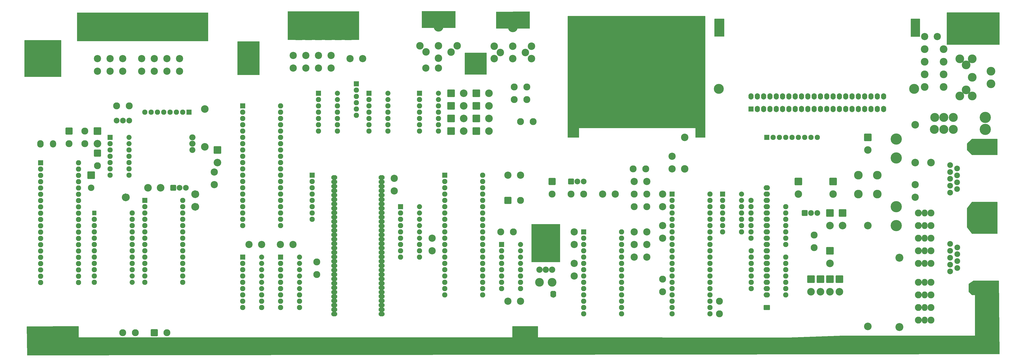
<source format=gbr>
%TF.GenerationSoftware,KiCad,Pcbnew,6.99.0-unknown-a89102fdfc~160~ubuntu20.04.1*%
%TF.CreationDate,2023-02-22T01:11:49+01:00*%
%TF.ProjectId,C64-250469-KiCad,4336342d-3235-4303-9436-392d4b694361,1.0*%
%TF.SameCoordinates,Original*%
%TF.FileFunction,Soldermask,Top*%
%TF.FilePolarity,Negative*%
%FSLAX46Y46*%
G04 Gerber Fmt 4.6, Leading zero omitted, Abs format (unit mm)*
G04 Created by KiCad (PCBNEW 6.99.0-unknown-a89102fdfc~160~ubuntu20.04.1) date 2023-02-22 01:11:49*
%MOMM*%
%LPD*%
G01*
G04 APERTURE LIST*
G04 Aperture macros list*
%AMRoundRect*
0 Rectangle with rounded corners*
0 $1 Rounding radius*
0 $2 $3 $4 $5 $6 $7 $8 $9 X,Y pos of 4 corners*
0 Add a 4 corners polygon primitive as box body*
4,1,4,$2,$3,$4,$5,$6,$7,$8,$9,$2,$3,0*
0 Add four circle primitives for the rounded corners*
1,1,$1+$1,$2,$3*
1,1,$1+$1,$4,$5*
1,1,$1+$1,$6,$7*
1,1,$1+$1,$8,$9*
0 Add four rect primitives between the rounded corners*
20,1,$1+$1,$2,$3,$4,$5,0*
20,1,$1+$1,$4,$5,$6,$7,0*
20,1,$1+$1,$6,$7,$8,$9,0*
20,1,$1+$1,$8,$9,$2,$3,0*%
%AMFreePoly0*
4,1,15,0.500018,1.300018,0.500025,1.300000,0.500025,-1.300000,0.500018,-1.300018,0.500000,-1.300025,0.000000,-1.300025,-0.000018,-1.300018,-0.500018,-0.800018,-0.500025,-0.800000,-0.500025,0.800000,-0.500018,0.800018,-0.000018,1.300018,0.000000,1.300025,0.500000,1.300025,0.500018,1.300018,0.500018,1.300018,$1*%
%AMFreePoly1*
4,1,25,0.648382,0.882365,0.730785,0.827305,1.119405,0.438685,1.174465,0.356282,1.193800,0.259080,1.193800,-0.259080,1.174465,-0.356282,1.119405,-0.438685,0.730785,-0.827305,0.648382,-0.882365,0.551180,-0.901700,-0.551180,-0.901700,-0.648382,-0.882365,-0.730785,-0.827305,-1.119405,-0.438685,-1.174465,-0.356282,-1.193800,-0.259080,-1.193800,0.259080,-1.174465,0.356282,-1.119405,0.438685,
-0.730785,0.827305,-0.648382,0.882365,-0.551180,0.901700,0.551180,0.901700,0.648382,0.882365,0.648382,0.882365,$1*%
%AMFreePoly2*
4,1,22,1.302202,5.234665,1.384605,5.179605,1.439665,5.097202,1.459000,5.000000,1.459000,-5.000000,1.439665,-5.097202,1.384605,-5.179605,1.302202,-5.234665,1.205000,-5.254000,-1.205000,-5.254000,-1.302202,-5.234665,-1.384605,-5.179605,-1.439665,-5.097202,-1.459000,-5.000000,-1.459000,4.156500,-1.439665,4.253702,-1.384605,4.336105,-0.541105,5.179605,-0.458702,5.234665,-0.361500,5.254000,
1.205000,5.254000,1.302202,5.234665,1.302202,5.234665,$1*%
%AMFreePoly3*
4,1,22,0.458702,5.234665,0.541105,5.179605,1.384605,4.336105,1.439665,4.253702,1.459000,4.156500,1.459000,-5.000000,1.439665,-5.097202,1.384605,-5.179605,1.302202,-5.234665,1.205000,-5.254000,-1.205000,-5.254000,-1.302202,-5.234665,-1.384605,-5.179605,-1.439665,-5.097202,-1.459000,-5.000000,-1.459000,5.000000,-1.439665,5.097202,-1.384605,5.179605,-1.302202,5.234665,-1.205000,5.254000,
0.361500,5.254000,0.458702,5.234665,0.458702,5.234665,$1*%
G04 Aperture macros list end*
%ADD10C,0.200000*%
%ADD11C,0.150000*%
%ADD12C,1.609936*%
%ADD13C,1.584936*%
%ADD14C,0.000025*%
%ADD15C,1.955000*%
%ADD16C,0.100000*%
%ADD17FreePoly0,180.000000*%
%ADD18FreePoly0,0.000000*%
%ADD19FreePoly1,0.000000*%
%ADD20C,2.413000*%
%ADD21O,2.508000X2.413000*%
%ADD22C,2.108000*%
%ADD23RoundRect,0.254000X-0.800000X-0.800000X0.800000X-0.800000X0.800000X0.800000X-0.800000X0.800000X0*%
%ADD24C,3.900000*%
%ADD25C,3.700000*%
%ADD26C,2.308000*%
%ADD27C,3.608000*%
%ADD28C,4.508000*%
%ADD29C,3.508000*%
%ADD30O,2.508000X3.108000*%
%ADD31RoundRect,0.254000X1.000000X-2.350000X1.000000X2.350000X-1.000000X2.350000X-1.000000X-2.350000X0*%
%ADD32RoundRect,0.254000X-2.350000X-1.000000X2.350000X-1.000000X2.350000X1.000000X-2.350000X1.000000X0*%
%ADD33C,3.008000*%
%ADD34RoundRect,0.254000X-1.205000X-5.000000X1.205000X-5.000000X1.205000X5.000000X-1.205000X5.000000X0*%
%ADD35FreePoly2,0.000000*%
%ADD36FreePoly3,0.000000*%
%ADD37C,2.808000*%
%ADD38C,2.032000*%
%ADD39O,2.508000X2.908000*%
%ADD40O,2.600000X3.000000*%
%ADD41RoundRect,0.254000X0.800000X0.800000X-0.800000X0.800000X-0.800000X-0.800000X0.800000X-0.800000X0*%
%ADD42O,2.108000X2.508000*%
%ADD43C,3.108000*%
%ADD44C,2.908000*%
%ADD45RoundRect,0.254000X-0.600000X-0.700000X0.600000X-0.700000X0.600000X0.700000X-0.600000X0.700000X0*%
%ADD46RoundRect,0.254000X1.270000X-1.270000X1.270000X1.270000X-1.270000X1.270000X-1.270000X-1.270000X0*%
%ADD47C,3.048000*%
%ADD48C,6.508000*%
%ADD49RoundRect,0.254000X-1.150000X1.150000X-1.150000X-1.150000X1.150000X-1.150000X1.150000X1.150000X0*%
%ADD50C,2.794000*%
%ADD51O,2.286000X2.794000*%
%ADD52RoundRect,0.254000X-0.800000X0.800000X-0.800000X-0.800000X0.800000X-0.800000X0.800000X0.800000X0*%
%ADD53RoundRect,0.254000X0.900000X-0.900000X0.900000X0.900000X-0.900000X0.900000X-0.900000X-0.900000X0*%
%ADD54RoundRect,0.254000X-1.250000X-1.250000X1.250000X-1.250000X1.250000X1.250000X-1.250000X1.250000X0*%
%ADD55RoundRect,0.254000X-1.150000X-1.150000X1.150000X-1.150000X1.150000X1.150000X-1.150000X1.150000X0*%
%ADD56C,4.008000*%
%ADD57C,3.208000*%
%ADD58RoundRect,0.254000X-1.270000X-1.270000X1.270000X-1.270000X1.270000X1.270000X-1.270000X1.270000X0*%
%ADD59C,2.608000*%
%ADD60C,2.508000*%
%ADD61C,3.479800*%
%ADD62RoundRect,0.254000X-1.000000X-0.800000X1.000000X-0.800000X1.000000X0.800000X-1.000000X0.800000X0*%
%ADD63O,2.508000X2.108000*%
G04 APERTURE END LIST*
D10*
X99568000Y-88392000D02*
X108331000Y-88392000D01*
X108331000Y-88392000D02*
X108331000Y-101727000D01*
X108331000Y-101727000D02*
X99568000Y-101727000D01*
X99568000Y-101727000D02*
X99568000Y-88392000D01*
G36*
X99568000Y-88392000D02*
G01*
X108331000Y-88392000D01*
X108331000Y-101727000D01*
X99568000Y-101727000D01*
X99568000Y-88392000D01*
G37*
D11*
X291465000Y-79248000D02*
X295275000Y-79248000D01*
X295275000Y-79248000D02*
X295275000Y-86233000D01*
X295275000Y-86233000D02*
X291465000Y-86233000D01*
X291465000Y-86233000D02*
X291465000Y-79248000D01*
G36*
X291465000Y-79248000D02*
G01*
X295275000Y-79248000D01*
X295275000Y-86233000D01*
X291465000Y-86233000D01*
X291465000Y-79248000D01*
G37*
G36*
X405130000Y-165735000D02*
G01*
X394970000Y-165735000D01*
X393065000Y-163195000D01*
X393065000Y-155575000D01*
X394970000Y-153035000D01*
X405130000Y-153035000D01*
X405130000Y-165735000D01*
G37*
X405130000Y-165735000D02*
X394970000Y-165735000D01*
X393065000Y-163195000D01*
X393065000Y-155575000D01*
X394970000Y-153035000D01*
X405130000Y-153035000D01*
X405130000Y-165735000D01*
D12*
X55414968Y-151130000D02*
G75*
G03*
X55414968Y-151130000I-804968J0D01*
G01*
D11*
X13900000Y-87825000D02*
X28575000Y-87825000D01*
X28575000Y-87825000D02*
X28575000Y-102489000D01*
X28575000Y-102489000D02*
X13900000Y-102489000D01*
X13900000Y-102489000D02*
X13900000Y-87825000D01*
G36*
X13900000Y-87825000D02*
G01*
X28575000Y-87825000D01*
X28575000Y-102489000D01*
X13900000Y-102489000D01*
X13900000Y-87825000D01*
G37*
D13*
X83342468Y-154940000D02*
G75*
G03*
X83342468Y-154940000I-792468J0D01*
G01*
D11*
G36*
X405130000Y-133985000D02*
G01*
X394970000Y-133985000D01*
X393065000Y-132080000D01*
X393065000Y-129540000D01*
X394970000Y-127635000D01*
X405130000Y-127635000D01*
X405130000Y-133985000D01*
G37*
X405130000Y-133985000D02*
X394970000Y-133985000D01*
X393065000Y-132080000D01*
X393065000Y-129540000D01*
X394970000Y-127635000D01*
X405130000Y-127635000D01*
X405130000Y-133985000D01*
X370459000Y-79248000D02*
X374015000Y-79248000D01*
X374015000Y-79248000D02*
X374015000Y-86360000D01*
X374015000Y-86360000D02*
X370459000Y-86360000D01*
X370459000Y-86360000D02*
X370459000Y-79248000D01*
G36*
X370459000Y-79248000D02*
G01*
X374015000Y-79248000D01*
X374015000Y-86360000D01*
X370459000Y-86360000D01*
X370459000Y-79248000D01*
G37*
G36*
X406019000Y-89535000D02*
G01*
X384937000Y-89535000D01*
X384937000Y-76708000D01*
X406019000Y-76708000D01*
X406019000Y-89535000D01*
G37*
X406019000Y-89535000D02*
X384937000Y-89535000D01*
X384937000Y-76708000D01*
X406019000Y-76708000D01*
X406019000Y-89535000D01*
G36*
X405750000Y-184825000D02*
G01*
X405975000Y-214225000D01*
X15050000Y-214750000D01*
X14875000Y-203275000D01*
X35560000Y-203200000D01*
X35560000Y-207645000D01*
X210185000Y-207645000D01*
X210185000Y-203200000D01*
X220345000Y-203200000D01*
X220345000Y-207645000D01*
X321310000Y-207772000D01*
X342900000Y-207010000D01*
X396240000Y-207010000D01*
X396240000Y-190500000D01*
X394970000Y-190500000D01*
X393700000Y-189230000D01*
X393700000Y-186055000D01*
X395605000Y-184785000D01*
X405750000Y-184825000D01*
G37*
X405750000Y-184825000D02*
X405975000Y-214225000D01*
X15050000Y-214750000D01*
X14875000Y-203275000D01*
X35560000Y-203200000D01*
X35560000Y-207645000D01*
X210185000Y-207645000D01*
X210185000Y-203200000D01*
X220345000Y-203200000D01*
X220345000Y-207645000D01*
X321310000Y-207772000D01*
X342900000Y-207010000D01*
X396240000Y-207010000D01*
X396240000Y-190500000D01*
X394970000Y-190500000D01*
X393700000Y-189230000D01*
X393700000Y-186055000D01*
X395605000Y-184785000D01*
X405750000Y-184825000D01*
D12*
X83354968Y-149860000D02*
G75*
G03*
X83354968Y-149860000I-804968J0D01*
G01*
D11*
G36*
X287655000Y-127000000D02*
G01*
X283845000Y-127000000D01*
X283845000Y-123190000D01*
X236855000Y-123190000D01*
X236855000Y-127000000D01*
X232410000Y-127000000D01*
X232410000Y-78105000D01*
X287655000Y-78105000D01*
X287655000Y-127000000D01*
G37*
X287655000Y-127000000D02*
X283845000Y-127000000D01*
X283845000Y-123190000D01*
X236855000Y-123190000D01*
X236855000Y-127000000D01*
X232410000Y-127000000D01*
X232410000Y-78105000D01*
X287655000Y-78105000D01*
X287655000Y-127000000D01*
G36*
X199644000Y-101600000D02*
G01*
X191008000Y-101600000D01*
X191008000Y-92964000D01*
X199644000Y-92964000D01*
X199644000Y-101600000D01*
G37*
X199644000Y-101600000D02*
X191008000Y-101600000D01*
X191008000Y-92964000D01*
X199644000Y-92964000D01*
X199644000Y-101600000D01*
D14*
%TO.C,J3*%
X226836705Y-191452216D02*
X226302293Y-191452216D01*
X226302293Y-191452216D02*
X226302293Y-188849000D01*
X226302293Y-188849000D02*
X226836705Y-188849000D01*
X226836705Y-188849000D02*
X226836705Y-191452216D01*
G36*
X226836705Y-191452216D02*
G01*
X226302293Y-191452216D01*
X226302293Y-188849000D01*
X226836705Y-188849000D01*
X226836705Y-191452216D01*
G37*
%TO.C,CN5*%
D15*
X211282500Y-82630000D02*
G75*
G03*
X211282500Y-82630000I-977500J0D01*
G01*
G36*
X217033681Y-83042395D02*
G01*
X203574000Y-83039011D01*
X203574000Y-76298193D01*
X217036000Y-76280000D01*
X217033681Y-83042395D01*
G37*
D16*
X217033681Y-83042395D02*
X203574000Y-83039011D01*
X203574000Y-76298193D01*
X217036000Y-76280000D01*
X217033681Y-83042395D01*
%TO.C,CN4*%
D15*
X181397500Y-82390000D02*
G75*
G03*
X181397500Y-82390000I-977500J0D01*
G01*
G36*
X187148681Y-82802395D02*
G01*
X173689000Y-82799011D01*
X173689000Y-76058193D01*
X187151000Y-76040000D01*
X187148681Y-82802395D01*
G37*
D16*
X187148681Y-82802395D02*
X173689000Y-82799011D01*
X173689000Y-76058193D01*
X187151000Y-76040000D01*
X187148681Y-82802395D01*
%TO.C,CN3*%
G36*
X148348000Y-87630000D02*
G01*
X119773000Y-87630000D01*
X119773000Y-76200000D01*
X148348000Y-76200000D01*
X148348000Y-87630000D01*
G37*
X148348000Y-87630000D02*
X119773000Y-87630000D01*
X119773000Y-76200000D01*
X148348000Y-76200000D01*
X148348000Y-87630000D01*
%TO.C,CN2*%
G36*
X87694154Y-88102493D02*
G01*
X34989154Y-88102493D01*
X34989154Y-76672493D01*
X87694154Y-76672493D01*
X87694154Y-88102493D01*
G37*
X87694154Y-88102493D02*
X34989154Y-88102493D01*
X34989154Y-76672493D01*
X87694154Y-76672493D01*
X87694154Y-88102493D01*
%TO.C,Y1*%
X217805000Y-161925000D02*
X229235000Y-161925000D01*
X229235000Y-161925000D02*
X229235000Y-177165000D01*
X229235000Y-177165000D02*
X217805000Y-177165000D01*
X217805000Y-177165000D02*
X217805000Y-161925000D01*
G36*
X217805000Y-161925000D02*
G01*
X229235000Y-161925000D01*
X229235000Y-177165000D01*
X217805000Y-177165000D01*
X217805000Y-161925000D01*
G37*
%TD*%
D17*
%TO.C,J3*%
X227209705Y-190152216D03*
D18*
X225929293Y-190152064D03*
%TD*%
D19*
%TO.C,U8*%
X138490189Y-143160917D03*
X138490189Y-144936377D03*
X138490189Y-146711837D03*
X138490189Y-148487297D03*
X138490189Y-150262757D03*
X138490189Y-152038217D03*
X138490189Y-153813677D03*
X138490189Y-155589137D03*
X138490189Y-157364597D03*
X138490189Y-159140057D03*
X138490189Y-160915517D03*
X138490189Y-162690977D03*
X138490189Y-164466437D03*
X138490189Y-166241897D03*
X138490189Y-168017357D03*
X138490189Y-169792817D03*
X138490189Y-171568277D03*
X138490189Y-173343737D03*
X138490189Y-175119197D03*
X138490189Y-176894657D03*
X138490189Y-178670117D03*
X138490189Y-180445577D03*
X138490189Y-182221037D03*
X138490189Y-183998245D03*
X138490189Y-185773781D03*
X138490189Y-187549317D03*
X138490189Y-189324853D03*
X138490189Y-191100389D03*
X138490189Y-192875925D03*
X138490189Y-194651461D03*
X138490189Y-196426997D03*
X138490189Y-198202533D03*
X157540189Y-198202533D03*
X157540189Y-196424717D03*
X157540189Y-194649257D03*
X157540189Y-192873797D03*
X157540189Y-191098337D03*
X157540189Y-189322877D03*
X157540189Y-187547417D03*
X157540189Y-185771957D03*
X157540189Y-183996497D03*
X157540189Y-182221037D03*
X157540189Y-180445577D03*
X157540189Y-178670117D03*
X157540189Y-176894657D03*
X157540189Y-175119197D03*
X157540189Y-173343737D03*
X157540189Y-171568277D03*
X157540189Y-169792817D03*
X157540189Y-168017357D03*
X157540189Y-166241897D03*
X157540189Y-164466437D03*
X157540189Y-162690977D03*
X157540189Y-160915517D03*
X157540189Y-159140057D03*
X157540189Y-157364597D03*
X157540189Y-155589137D03*
X157540189Y-153813677D03*
X157540189Y-152038217D03*
X157540189Y-150262757D03*
X157540189Y-148487297D03*
X157540189Y-146711837D03*
X157540189Y-144936377D03*
X157540189Y-143160917D03*
%TD*%
D20*
%TO.C,Q1*%
X81430000Y-132080000D03*
D21*
X81429999Y-129539999D03*
X81429999Y-126999999D03*
%TD*%
D22*
%TO.C,U7*%
X198120000Y-142240000D03*
X198120000Y-144780000D03*
X198120000Y-147320000D03*
X198120000Y-149860000D03*
X198120000Y-152400000D03*
X198120000Y-154940000D03*
X198120000Y-157480000D03*
X198120000Y-160020000D03*
X198120000Y-162560000D03*
X198120000Y-165100000D03*
X198120000Y-167640000D03*
X198120000Y-170180000D03*
X198120000Y-172720000D03*
X198120000Y-175260000D03*
X198120000Y-177800000D03*
X198120000Y-180340000D03*
X198120000Y-182880000D03*
X198120000Y-185420000D03*
X198120000Y-187960000D03*
X198120000Y-190500000D03*
X182880000Y-190500000D03*
X182880000Y-187960000D03*
X182880000Y-185420000D03*
X182880000Y-182880000D03*
X182880000Y-180340000D03*
X182880000Y-177800000D03*
X182880000Y-175260000D03*
X182880000Y-172720000D03*
X182880000Y-170180000D03*
X182880000Y-167640000D03*
X182880000Y-165100000D03*
X182880000Y-162560000D03*
X182880000Y-160020000D03*
X182880000Y-157480000D03*
X182880000Y-154940000D03*
X182880000Y-152400000D03*
X182880000Y-149860000D03*
X182880000Y-147320000D03*
X182880000Y-144780000D03*
D23*
X182880000Y-142240000D03*
%TD*%
D24*
%TO.C,CN9*%
X396547000Y-187966000D03*
D25*
X396547000Y-162966000D03*
D26*
X386207000Y-181006000D03*
X386207000Y-178236000D03*
X386207000Y-175466000D03*
X386207000Y-172696000D03*
X386207000Y-169926000D03*
X389047000Y-179621000D03*
X389047000Y-176851000D03*
X389047000Y-174081000D03*
X389047000Y-171311000D03*
%TD*%
%TO.C,CN8*%
X389001000Y-139518000D03*
X389001000Y-142288000D03*
X389001000Y-145058000D03*
X389001000Y-147828000D03*
X386161000Y-138133000D03*
X386161000Y-140903000D03*
X386161000Y-143673000D03*
X386161000Y-146443000D03*
X386161000Y-149213000D03*
D25*
X396501000Y-131173000D03*
D24*
X396501000Y-156173000D03*
%TD*%
D27*
%TO.C,SW1*%
X383704000Y-118918800D03*
X387514000Y-118918800D03*
X379984000Y-118918800D03*
X383704000Y-123748800D03*
X387514000Y-123748800D03*
X379894000Y-123748800D03*
D28*
X400304000Y-123748800D03*
X400304000Y-118918800D03*
%TD*%
D29*
%TO.C,CN7*%
X395130000Y-95290000D03*
X395130000Y-102790000D03*
X395130000Y-110290000D03*
X392630000Y-97790000D03*
X392630000Y-107790000D03*
X390130000Y-95290000D03*
X390130000Y-110290000D03*
X402590000Y-100330000D03*
X402590000Y-105410000D03*
%TD*%
D23*
%TO.C,RP4*%
X312420000Y-127000000D03*
D22*
X314960000Y-127000000D03*
X317500000Y-127000000D03*
X320040000Y-127000000D03*
X322580000Y-127000000D03*
X325120000Y-127000000D03*
X327660000Y-127000000D03*
X330200000Y-127000000D03*
X332740000Y-127000000D03*
%TD*%
D30*
%TO.C,M1*%
X279868168Y-116715632D03*
X277368168Y-116715632D03*
X274868168Y-116715632D03*
X272368168Y-116715632D03*
X248166168Y-116715632D03*
X245666168Y-116715632D03*
X243166168Y-116715632D03*
X240666168Y-116715632D03*
D31*
X234076169Y-100803633D03*
D32*
X260184169Y-80174633D03*
X260264169Y-121359633D03*
D31*
X286110169Y-100457633D03*
%TD*%
D33*
%TO.C,CN5*%
X202805000Y-90250000D03*
X205305000Y-80250000D03*
D29*
X210305000Y-82630000D03*
D33*
X210305000Y-90250000D03*
X215305000Y-80250000D03*
X217805000Y-90250000D03*
X205305000Y-92750000D03*
X215305000Y-92790000D03*
X210305000Y-95250000D03*
X202805000Y-95250000D03*
X217805000Y-95250000D03*
%TD*%
%TO.C,CN4*%
X172920000Y-90010000D03*
X175420000Y-80010000D03*
X175420000Y-92510000D03*
D29*
X180420000Y-82390000D03*
D33*
X185420000Y-80010000D03*
X180420000Y-90010000D03*
X185420000Y-92550000D03*
X187920000Y-90010000D03*
X180420000Y-95010000D03*
%TD*%
D34*
%TO.C,CN3*%
X144018000Y-82550000D03*
D35*
X140058000Y-82550000D03*
D36*
X136098000Y-82550000D03*
D34*
X132138000Y-82550000D03*
X128178000Y-82550000D03*
X124218000Y-82550000D03*
%TD*%
D35*
%TO.C,CN2*%
X82994154Y-82462493D03*
D36*
X79034154Y-82462493D03*
D34*
X75074154Y-82462493D03*
X71114154Y-82462493D03*
X67154154Y-82462493D03*
X63194154Y-82462493D03*
X59234154Y-82462493D03*
X55274154Y-82462493D03*
X51314154Y-82462493D03*
D35*
X47354154Y-82462493D03*
D36*
X43394154Y-82462493D03*
D34*
X39434154Y-82462493D03*
%TD*%
D37*
%TO.C,R17*%
X58420000Y-205740000D03*
X53340000Y-205740000D03*
%TD*%
D23*
%TO.C,U20*%
X205740000Y-170180000D03*
D22*
X205740000Y-172720000D03*
X205740000Y-175260000D03*
X205740000Y-177800000D03*
X205740000Y-180340000D03*
X205740000Y-182880000D03*
X205740000Y-185420000D03*
X205740000Y-187960000D03*
X213360000Y-187960000D03*
X213360000Y-185420000D03*
X213360000Y-182880000D03*
X213360000Y-180340000D03*
D38*
X213360000Y-177800000D03*
X213360000Y-175260000D03*
X213360000Y-172720000D03*
X213360000Y-170180000D03*
%TD*%
D39*
%TO.C,C30*%
X25342489Y-129580652D03*
D40*
X20262489Y-129580652D03*
%TD*%
D23*
%TO.C,U18*%
X294640000Y-149860000D03*
D22*
X294640000Y-152400000D03*
X294640000Y-154940000D03*
X294640000Y-157480000D03*
X294640000Y-160020000D03*
X294640000Y-162560000D03*
X294640000Y-165100000D03*
X302260000Y-165100000D03*
X302260000Y-162560000D03*
X302260000Y-160020000D03*
X302260000Y-157480000D03*
X302260000Y-154940000D03*
D38*
X302260000Y-152400000D03*
X302260000Y-149860000D03*
%TD*%
D37*
%TO.C,FB1*%
X205440000Y-165100000D03*
X210520000Y-165100000D03*
%TD*%
D41*
%TO.C,RP3*%
X80010000Y-116840000D03*
D22*
X77470000Y-116840000D03*
X74930000Y-116840000D03*
X72390000Y-116840000D03*
X69850000Y-116840000D03*
X67310000Y-116840000D03*
X64770000Y-116840000D03*
X62230000Y-116840000D03*
%TD*%
D23*
%TO.C,CN6*%
X306070000Y-115570000D03*
D42*
X308609999Y-115569999D03*
X311149999Y-115569999D03*
X313689999Y-115569999D03*
X316229999Y-115569999D03*
X318769999Y-115569999D03*
X321309999Y-115569999D03*
X323849999Y-115569999D03*
X326389999Y-115569999D03*
X328929999Y-115569999D03*
X331469999Y-115569999D03*
X334009999Y-115569999D03*
X336549999Y-115569999D03*
X339089999Y-115569999D03*
X341629999Y-115569999D03*
X344169999Y-115569999D03*
X346709999Y-115569999D03*
X349249999Y-115569999D03*
X351789999Y-115569999D03*
X354329999Y-115569999D03*
X356869999Y-115569999D03*
X359409999Y-115569999D03*
X306069999Y-110489999D03*
X308609999Y-110489999D03*
X311149999Y-110489999D03*
X313689999Y-110489999D03*
X316229999Y-110489999D03*
X318769999Y-110489999D03*
X321309999Y-110489999D03*
X323849999Y-110489999D03*
X326389999Y-110489999D03*
X328929999Y-110489999D03*
X331469999Y-110489999D03*
X334009999Y-110489999D03*
X336549999Y-110489999D03*
X339089999Y-110489999D03*
X341629999Y-110489999D03*
X344169999Y-110489999D03*
X346709999Y-110489999D03*
X349249999Y-110489999D03*
X351789999Y-110489999D03*
X354329999Y-110489999D03*
X356869999Y-110489999D03*
X359409999Y-110489999D03*
%TD*%
D43*
%TO.C,L1*%
X375920000Y-91440000D03*
X383540000Y-91440000D03*
X375920000Y-96520000D03*
X383540000Y-96520000D03*
X375920000Y-101600000D03*
X383540000Y-101600000D03*
X375920000Y-106680000D03*
X383540000Y-106680000D03*
%TD*%
D26*
%TO.C,CN10*%
X50931353Y-120176056D03*
X53471353Y-120176056D03*
X56011353Y-120176056D03*
%TD*%
D37*
%TO.C,R101*%
X131445000Y-182245000D03*
X131445000Y-177165000D03*
%TD*%
D23*
%TO.C,U11*%
X116840000Y-175260000D03*
D22*
X116840000Y-177800000D03*
X116840000Y-180340000D03*
X116840000Y-182880000D03*
X116840000Y-185420000D03*
X116840000Y-187960000D03*
X116840000Y-190500000D03*
X116840000Y-193040000D03*
X116840000Y-195580000D03*
X124460000Y-195580000D03*
X124460000Y-193040000D03*
X124460000Y-190500000D03*
D38*
X124460000Y-187960000D03*
X124460000Y-185420000D03*
X124460000Y-182880000D03*
X124460000Y-180340000D03*
X124460000Y-177800000D03*
X124460000Y-175260000D03*
%TD*%
D22*
%TO.C,DA2*%
X320040000Y-175260000D03*
X320040000Y-177800000D03*
X320040000Y-180340000D03*
X320040000Y-182880000D03*
X320040000Y-185420000D03*
X320040000Y-187960000D03*
X320040000Y-190500000D03*
%TD*%
D44*
%TO.C,C29*%
X43180000Y-95250000D03*
X43180000Y-100330000D03*
%TD*%
D45*
%TO.C,U5*%
X41910000Y-157480000D03*
D22*
X41910000Y-160020000D03*
X41910000Y-162560000D03*
X41910000Y-165100000D03*
X41910000Y-167640000D03*
X41910000Y-170180000D03*
X41910000Y-172720000D03*
X41910000Y-175260000D03*
X41910000Y-177800000D03*
X41910000Y-180340000D03*
X41910000Y-182880000D03*
X41910000Y-185420000D03*
D38*
X57150000Y-185420000D03*
X57150000Y-182880000D03*
D22*
X57150000Y-180340000D03*
X57150000Y-177800000D03*
X57150000Y-175260000D03*
X57150000Y-172720000D03*
X57150000Y-170180000D03*
X57150000Y-167640000D03*
X57150000Y-165100000D03*
X57150000Y-162560000D03*
X57150000Y-160020000D03*
X57150000Y-157480000D03*
%TD*%
D46*
%TO.C,CR16*%
X195580000Y-114300000D03*
D47*
X200660000Y-114300000D03*
%TD*%
D48*
%TO.C,HOLE4*%
X389763000Y-84963000D03*
%TD*%
D49*
%TO.C,C43*%
X43180000Y-133350000D03*
D37*
X43180000Y-138430000D03*
%TD*%
D50*
%TO.C,EM1*%
X378460000Y-172720000D03*
D51*
X375919999Y-172719999D03*
D50*
X373380000Y-172720000D03*
%TD*%
%TO.C,EM9*%
X378460000Y-185420000D03*
D51*
X375919999Y-185419999D03*
D50*
X373380000Y-185420000D03*
%TD*%
D48*
%TO.C,REF\u002A\u002A*%
X399542000Y-208407000D03*
%TD*%
D44*
%TO.C,C61*%
X372110000Y-151130000D03*
X372110000Y-146050000D03*
%TD*%
D47*
%TO.C,R1*%
X86360000Y-115570000D03*
X86360000Y-130810000D03*
%TD*%
D52*
%TO.C,RP5*%
X129540000Y-142240000D03*
D22*
X129540000Y-144780000D03*
X129540000Y-147320000D03*
X129540000Y-149860000D03*
X129540000Y-152400000D03*
X129540000Y-154940000D03*
X129540000Y-157480000D03*
X129540000Y-160020000D03*
%TD*%
D50*
%TO.C,EM6*%
X378460000Y-200660000D03*
D51*
X375919999Y-200659999D03*
D50*
X373380000Y-200660000D03*
%TD*%
D26*
%TO.C,Q2*%
X78740000Y-147320000D03*
X76200000Y-147320000D03*
D53*
X73660000Y-147320000D03*
%TD*%
D23*
%TO.C,U23*%
X48260000Y-127000000D03*
D22*
X48260000Y-129540000D03*
X48260000Y-132080000D03*
X48260000Y-134620000D03*
X48260000Y-137160000D03*
X48260000Y-139700000D03*
X48260000Y-142240000D03*
X55880000Y-142240000D03*
X55880000Y-139700000D03*
X55880000Y-137160000D03*
X55880000Y-134620000D03*
X55880000Y-132080000D03*
D38*
X55880000Y-129540000D03*
X55880000Y-127000000D03*
%TD*%
D54*
%TO.C,C65*%
X339090000Y-144780000D03*
D33*
X339090000Y-149860000D03*
%TD*%
D23*
%TO.C,U19*%
X165100000Y-154940000D03*
D22*
X165100000Y-157480000D03*
X165100000Y-160020000D03*
X165100000Y-162560000D03*
X165100000Y-165100000D03*
X165100000Y-167640000D03*
X165100000Y-170180000D03*
X165100000Y-172720000D03*
X165100000Y-175260000D03*
X172720000Y-175260000D03*
X172720000Y-172720000D03*
X172720000Y-170180000D03*
D38*
X172720000Y-167640000D03*
X172720000Y-165100000D03*
X172720000Y-162560000D03*
X172720000Y-160020000D03*
X172720000Y-157480000D03*
X172720000Y-154940000D03*
%TD*%
D37*
%TO.C,R100*%
X331470000Y-171450000D03*
X331470000Y-166370000D03*
%TD*%
D44*
%TO.C,C6*%
X76200000Y-95250000D03*
X76200000Y-100330000D03*
%TD*%
%TO.C,C90*%
X71120000Y-95250000D03*
X71120000Y-100330000D03*
%TD*%
D55*
%TO.C,C36*%
X208280000Y-152400000D03*
D37*
X213360000Y-152400000D03*
%TD*%
D47*
%TO.C,R3*%
X68580000Y-147320000D03*
X63500000Y-147320000D03*
%TD*%
D26*
%TO.C,Q3*%
X238760000Y-144780000D03*
X236220000Y-144780000D03*
D53*
X233680000Y-144780000D03*
%TD*%
D44*
%TO.C,C47*%
X109220000Y-170180000D03*
X104140000Y-170180000D03*
%TD*%
D23*
%TO.C,U2*%
X20320000Y-137203649D03*
D22*
X20320000Y-139743649D03*
X20320000Y-142283649D03*
X20320000Y-144823649D03*
X20320000Y-147363649D03*
X20320000Y-149903649D03*
X20320000Y-152443649D03*
X20320000Y-154983649D03*
X20320000Y-157523649D03*
X20320000Y-160063649D03*
X20320000Y-162603649D03*
X20320000Y-165143649D03*
X20320000Y-167683649D03*
X20320000Y-170223649D03*
X20320000Y-172763649D03*
X20320000Y-175303649D03*
X20320000Y-177843649D03*
X20320000Y-180383649D03*
X20320000Y-182923649D03*
X20320000Y-185463649D03*
X35560000Y-185463649D03*
X35560000Y-182923649D03*
X35560000Y-180383649D03*
X35560000Y-177843649D03*
X35560000Y-175303649D03*
X35560000Y-172763649D03*
X35560000Y-170223649D03*
X35560000Y-167683649D03*
X35560000Y-165143649D03*
X35560000Y-162603649D03*
X35560000Y-160063649D03*
X35560000Y-157523649D03*
X35560000Y-154983649D03*
X35560000Y-152443649D03*
X35560000Y-149903649D03*
X35560000Y-147363649D03*
X35560000Y-144823649D03*
X35560000Y-142283649D03*
X35560000Y-139743649D03*
X35560000Y-137203649D03*
%TD*%
D44*
%TO.C,C1*%
X144780000Y-95250000D03*
X149860000Y-95250000D03*
%TD*%
D37*
%TO.C,FB2*%
X210820000Y-111760000D03*
X210820000Y-106680000D03*
%TD*%
D56*
%TO.C,REF\u002A\u002A*%
X293116000Y-107442000D03*
X371746000Y-107442000D03*
D31*
X292862000Y-82677000D03*
X371875000Y-82802000D03*
%TD*%
D57*
%TO.C,R2*%
X365778345Y-203381327D03*
X365778345Y-175441327D03*
%TD*%
D44*
%TO.C,C86*%
X66040000Y-100330000D03*
X66040000Y-95250000D03*
%TD*%
D28*
%TO.C,F1*%
X364490000Y-127635000D03*
X364490000Y-135255000D03*
X364490000Y-154940000D03*
X364490000Y-162560000D03*
%TD*%
D50*
%TO.C,EM8*%
X378460000Y-190500000D03*
D51*
X375919999Y-190499999D03*
D50*
X373380000Y-190500000D03*
%TD*%
D23*
%TO.C,U3*%
X132080000Y-109220000D03*
D22*
X132080000Y-111760000D03*
X132080000Y-114300000D03*
X132080000Y-116840000D03*
X132080000Y-119380000D03*
X132080000Y-121920000D03*
X132080000Y-124460000D03*
X139700000Y-124460000D03*
X139700000Y-121920000D03*
X139700000Y-119380000D03*
X139700000Y-116840000D03*
X139700000Y-114300000D03*
D38*
X139700000Y-111760000D03*
X139700000Y-109220000D03*
%TD*%
D29*
%TO.C,CT1*%
X220980000Y-185420000D03*
X226060000Y-185420000D03*
%TD*%
D58*
%TO.C,CR5*%
X40640000Y-142240000D03*
D59*
X40640000Y-147320000D03*
%TD*%
D22*
%TO.C,DA3*%
X320040000Y-154940000D03*
X320040000Y-157480000D03*
X320040000Y-160020000D03*
X320040000Y-162560000D03*
X320040000Y-165100000D03*
X320040000Y-167640000D03*
X320040000Y-170180000D03*
%TD*%
D37*
%TO.C,R14*%
X263765000Y-139700000D03*
X258685000Y-139700000D03*
%TD*%
D44*
%TO.C,C87*%
X60960000Y-100330000D03*
X60960000Y-95250000D03*
%TD*%
D58*
%TO.C,CR20*%
X334010000Y-184150000D03*
D47*
X334010000Y-189230000D03*
%TD*%
D23*
%TO.C,U4*%
X62230000Y-152400000D03*
D22*
X62230000Y-154940000D03*
X62230000Y-157480000D03*
X62230000Y-160020000D03*
X62230000Y-162560000D03*
X62230000Y-165100000D03*
X62230000Y-167640000D03*
X62230000Y-170180000D03*
X62230000Y-172720000D03*
X62230000Y-175260000D03*
X62230000Y-177800000D03*
X62230000Y-180340000D03*
X62230000Y-182880000D03*
X62230000Y-185420000D03*
X77470000Y-185420000D03*
X77470000Y-182880000D03*
X77470000Y-180340000D03*
X77470000Y-177800000D03*
X77470000Y-175260000D03*
X77470000Y-172720000D03*
X77470000Y-170180000D03*
X77470000Y-167640000D03*
X77470000Y-165100000D03*
X77470000Y-162560000D03*
X77470000Y-160020000D03*
X77470000Y-157480000D03*
X77470000Y-154940000D03*
X77470000Y-152400000D03*
%TD*%
D44*
%TO.C,C74*%
X259080000Y-144780000D03*
X264160000Y-144780000D03*
%TD*%
D48*
%TO.C,*%
X103759000Y-97282000D03*
%TD*%
D46*
%TO.C,CR14*%
X195580000Y-119380000D03*
D47*
X200660000Y-119380000D03*
%TD*%
D50*
%TO.C,EM2*%
X378460000Y-167640000D03*
D51*
X375919999Y-167639999D03*
D50*
X373380000Y-167640000D03*
%TD*%
D37*
%TO.C,R12*%
X238760000Y-149860000D03*
X233680000Y-149860000D03*
%TD*%
D46*
%TO.C,CR15*%
X195580000Y-109220000D03*
D47*
X200660000Y-109220000D03*
%TD*%
D54*
%TO.C,C66*%
X325120000Y-144780000D03*
D33*
X325120000Y-149860000D03*
%TD*%
D23*
%TO.C,U1*%
X274320000Y-149860000D03*
D22*
X274320000Y-152400000D03*
X274320000Y-154940000D03*
X274320000Y-157480000D03*
X274320000Y-160020000D03*
X274320000Y-162560000D03*
X274320000Y-165100000D03*
X274320000Y-167640000D03*
X274320000Y-170180000D03*
X274320000Y-172720000D03*
X274320000Y-175260000D03*
X274320000Y-177800000D03*
X274320000Y-180340000D03*
X274320000Y-182880000D03*
X274320000Y-185420000D03*
X274320000Y-187960000D03*
X274320000Y-190500000D03*
X274320000Y-193040000D03*
X274320000Y-195580000D03*
X274320000Y-198120000D03*
X289560000Y-198120000D03*
X289560000Y-195580000D03*
X289560000Y-193040000D03*
X289560000Y-190500000D03*
X289560000Y-187960000D03*
X289560000Y-185420000D03*
X289560000Y-182880000D03*
X289560000Y-180340000D03*
X289560000Y-177800000D03*
X289560000Y-175260000D03*
X289560000Y-172720000D03*
X289560000Y-170180000D03*
X289560000Y-167640000D03*
X289560000Y-165100000D03*
X289560000Y-162560000D03*
X289560000Y-160020000D03*
X289560000Y-157480000D03*
X289560000Y-154940000D03*
X289560000Y-152400000D03*
X289560000Y-149860000D03*
%TD*%
D46*
%TO.C,CR17*%
X195580000Y-124460000D03*
D47*
X200660000Y-124460000D03*
%TD*%
D44*
%TO.C,C48*%
X121915486Y-170180000D03*
X116835486Y-170180000D03*
%TD*%
D22*
%TO.C,DA1*%
X306197000Y-172720000D03*
X306197000Y-175260000D03*
X306197000Y-177800000D03*
X306197000Y-180340000D03*
X306197000Y-182880000D03*
X306197000Y-185420000D03*
X306197000Y-187960000D03*
%TD*%
D37*
%TO.C,L4*%
X293370000Y-193040000D03*
X293370000Y-198120000D03*
%TD*%
D49*
%TO.C,C77*%
X226060000Y-144780000D03*
D37*
X226060000Y-149860000D03*
%TD*%
D58*
%TO.C,CR4*%
X342900000Y-157480000D03*
D47*
X342900000Y-162560000D03*
%TD*%
D37*
%TO.C,L3*%
X270510000Y-184150000D03*
X270510000Y-189230000D03*
%TD*%
D44*
%TO.C,C4*%
X132080000Y-93980000D03*
X132080000Y-99060000D03*
%TD*%
D47*
%TO.C,*%
X378460000Y-137160000D03*
%TD*%
%TO.C,C63*%
X353060000Y-162560000D03*
X353060000Y-203200000D03*
%TD*%
D26*
%TO.C,Q5*%
X332740000Y-157480000D03*
X330200000Y-157480000D03*
D53*
X327660000Y-157480000D03*
%TD*%
D22*
%TO.C,DA4*%
X306070000Y-152400000D03*
X306070000Y-154940000D03*
X306070000Y-157480000D03*
X306070000Y-160020000D03*
X306070000Y-162560000D03*
X306070000Y-165100000D03*
X306070000Y-167640000D03*
%TD*%
D58*
%TO.C,CR3*%
X337820000Y-157480000D03*
D47*
X337820000Y-162560000D03*
%TD*%
D52*
%TO.C,RP6*%
X147320000Y-105410000D03*
D22*
X147320000Y-107950000D03*
X147320000Y-110490000D03*
X147320000Y-113030000D03*
X147320000Y-115570000D03*
X147320000Y-118110000D03*
%TD*%
D44*
%TO.C,C2*%
X121920000Y-93980000D03*
X121920000Y-99060000D03*
%TD*%
D46*
%TO.C,CR12*%
X185420000Y-114300000D03*
D47*
X190500000Y-114300000D03*
%TD*%
D44*
%TO.C,C34*%
X177800000Y-167640000D03*
X177800000Y-172720000D03*
%TD*%
D60*
%TO.C,Y1*%
X226060000Y-180340000D03*
X220980000Y-180340000D03*
X223520000Y-180340000D03*
%TD*%
D46*
%TO.C,CR13*%
X185420000Y-124460000D03*
D47*
X190500000Y-124460000D03*
%TD*%
D48*
%TO.C,*%
X396621000Y-85344000D03*
%TD*%
D23*
%TO.C,U22*%
X152400000Y-109220000D03*
D22*
X152400000Y-111760000D03*
X152400000Y-114300000D03*
X152400000Y-116840000D03*
X152400000Y-119380000D03*
X152400000Y-121920000D03*
X152400000Y-124460000D03*
X160020000Y-124460000D03*
X160020000Y-121920000D03*
X160020000Y-119380000D03*
X160020000Y-116840000D03*
X160020000Y-114300000D03*
D38*
X160020000Y-111760000D03*
X160020000Y-109220000D03*
%TD*%
D44*
%TO.C,C37*%
X213360000Y-142240000D03*
X208280000Y-142240000D03*
%TD*%
%TO.C,C28*%
X48260000Y-95250000D03*
X48260000Y-100330000D03*
%TD*%
D23*
%TO.C,U10*%
X101600000Y-175260000D03*
D22*
X101600000Y-177800000D03*
X101600000Y-180340000D03*
X101600000Y-182880000D03*
X101600000Y-185420000D03*
X101600000Y-187960000D03*
X101600000Y-190500000D03*
X101600000Y-193040000D03*
X101600000Y-195580000D03*
X109220000Y-195580000D03*
X109220000Y-193040000D03*
X109220000Y-190500000D03*
D38*
X109220000Y-187960000D03*
X109220000Y-185420000D03*
X109220000Y-182880000D03*
X109220000Y-180340000D03*
X109220000Y-177800000D03*
X109220000Y-175260000D03*
%TD*%
D44*
%TO.C,C3*%
X127000000Y-93980000D03*
X127000000Y-99060000D03*
%TD*%
D37*
%TO.C,FB4*%
X215900000Y-111760000D03*
X215900000Y-106680000D03*
%TD*%
D44*
%TO.C,C79*%
X259080000Y-170180000D03*
X264160000Y-170180000D03*
%TD*%
D48*
%TO.C,REF\u002A\u002A*%
X399669000Y-197231000D03*
%TD*%
D58*
%TO.C,CR7*%
X337820000Y-172720000D03*
D47*
X337820000Y-177800000D03*
%TD*%
D50*
%TO.C,EM3*%
X378460000Y-162560000D03*
D51*
X375919999Y-162559999D03*
D50*
X373380000Y-162560000D03*
%TD*%
D48*
%TO.C,*%
X215138000Y-208534000D03*
%TD*%
D44*
%TO.C,C69*%
X259080000Y-175260000D03*
X264160000Y-175260000D03*
%TD*%
D58*
%TO.C,CR6*%
X43180000Y-124460000D03*
D47*
X43180000Y-129540000D03*
%TD*%
D46*
%TO.C,CR11*%
X185420000Y-109220000D03*
D47*
X190500000Y-109220000D03*
%TD*%
D48*
%TO.C,*%
X29337000Y-208153000D03*
%TD*%
D37*
%TO.C,R5*%
X56007000Y-114300000D03*
X50927000Y-114300000D03*
%TD*%
%TO.C,R16*%
X38100000Y-129540000D03*
X38100000Y-124460000D03*
%TD*%
%TO.C,R8*%
X264160000Y-154940000D03*
X259080000Y-154940000D03*
%TD*%
D50*
%TO.C,EM5*%
X378460000Y-177800000D03*
D51*
X375919999Y-177799999D03*
D50*
X373380000Y-177800000D03*
%TD*%
%TO.C,EM7*%
X378460000Y-195580000D03*
D51*
X375919999Y-195579999D03*
D50*
X373380000Y-195580000D03*
%TD*%
D44*
%TO.C,C35*%
X208280000Y-193040000D03*
X213360000Y-193040000D03*
%TD*%
%TO.C,C70*%
X234950000Y-165100000D03*
X234950000Y-170180000D03*
%TD*%
%TO.C,C81*%
X270510000Y-149860000D03*
X270510000Y-154940000D03*
%TD*%
D58*
%TO.C,CR19*%
X337820000Y-184150000D03*
D47*
X337820000Y-189230000D03*
%TD*%
D23*
%TO.C,U6*%
X101600000Y-114300000D03*
D22*
X101600000Y-116840000D03*
X101600000Y-119380000D03*
X101600000Y-121920000D03*
X101600000Y-124460000D03*
X101600000Y-127000000D03*
X101600000Y-129540000D03*
X101600000Y-132080000D03*
X101600000Y-134620000D03*
X101600000Y-137160000D03*
X101600000Y-139700000D03*
X101600000Y-142240000D03*
X101600000Y-144780000D03*
X101600000Y-147320000D03*
X101600000Y-149860000D03*
X101600000Y-152400000D03*
X101600000Y-154940000D03*
X101600000Y-157480000D03*
X101600000Y-160020000D03*
X101600000Y-162560000D03*
X116840000Y-162560000D03*
X116840000Y-160020000D03*
X116840000Y-157480000D03*
X116840000Y-154940000D03*
X116840000Y-152400000D03*
X116840000Y-149860000D03*
X116840000Y-147320000D03*
X116840000Y-144780000D03*
X116840000Y-142240000D03*
X116840000Y-139700000D03*
X116840000Y-137160000D03*
X116840000Y-134620000D03*
X116840000Y-132080000D03*
X116840000Y-129540000D03*
X116840000Y-127000000D03*
X116840000Y-124460000D03*
X116840000Y-121920000D03*
X116840000Y-119380000D03*
X116840000Y-116840000D03*
X116840000Y-114300000D03*
%TD*%
D48*
%TO.C,*%
X20447000Y-208153000D03*
%TD*%
D33*
%TO.C,L2*%
X279400000Y-139700000D03*
X279400000Y-127000000D03*
%TD*%
D55*
%TO.C,C59*%
X66040000Y-205740000D03*
D37*
X71120000Y-205740000D03*
%TD*%
D44*
%TO.C,C84*%
X137160000Y-93980000D03*
X137160000Y-99060000D03*
%TD*%
D54*
%TO.C,C58*%
X353060000Y-127000000D03*
D33*
X353060000Y-132080000D03*
%TD*%
D48*
%TO.C,*%
X23114000Y-97155000D03*
%TD*%
D37*
%TO.C,R9*%
X264160000Y-149860000D03*
X259080000Y-149860000D03*
%TD*%
D58*
%TO.C,CR18*%
X330200000Y-184150000D03*
D47*
X330200000Y-189230000D03*
%TD*%
D49*
%TO.C,C44*%
X31750000Y-124460000D03*
D37*
X31750000Y-129540000D03*
%TD*%
D61*
%TO.C,CR2*%
X356870000Y-149860000D03*
X356870000Y-142240000D03*
X349250000Y-142240000D03*
X349250000Y-149860000D03*
%TD*%
D48*
%TO.C,*%
X195453000Y-97536000D03*
%TD*%
D50*
%TO.C,EM4*%
X378460000Y-157480000D03*
D51*
X375919999Y-157479999D03*
D50*
X373380000Y-157480000D03*
%TD*%
D44*
%TO.C,C7*%
X90170000Y-140970000D03*
X90170000Y-146050000D03*
%TD*%
D58*
%TO.C,CR1*%
X91440000Y-132080000D03*
D47*
X91440000Y-137160000D03*
%TD*%
D44*
%TO.C,C56*%
X375920000Y-86360000D03*
X381000000Y-86360000D03*
%TD*%
D62*
%TO.C,CN1*%
X312420000Y-195580000D03*
D63*
X312419999Y-190499999D03*
X312419999Y-187959999D03*
X312419999Y-185419999D03*
X312419999Y-182879999D03*
X312419999Y-180339999D03*
X312419999Y-177799999D03*
X312419999Y-175259999D03*
X312419999Y-172719999D03*
X312419999Y-170179999D03*
X312419999Y-167639999D03*
X312419999Y-165099999D03*
X312419999Y-162559999D03*
X312419999Y-160019999D03*
X312419999Y-157479999D03*
X312419999Y-154939999D03*
X312419999Y-152399999D03*
X312419999Y-149859999D03*
X312419999Y-147319999D03*
%TD*%
D23*
%TO.C,U21*%
X172720000Y-109220000D03*
D22*
X172720000Y-111760000D03*
X172720000Y-114300000D03*
X172720000Y-116840000D03*
X172720000Y-119380000D03*
X172720000Y-121920000D03*
X172720000Y-124460000D03*
X180340000Y-124460000D03*
X180340000Y-121920000D03*
X180340000Y-119380000D03*
X180340000Y-116840000D03*
X180340000Y-114300000D03*
D38*
X180340000Y-111760000D03*
X180340000Y-109220000D03*
%TD*%
D58*
%TO.C,CR21*%
X341630000Y-184150000D03*
D47*
X341630000Y-189230000D03*
%TD*%
D44*
%TO.C,C19*%
X162562612Y-143514514D03*
X162562612Y-148594514D03*
%TD*%
%TO.C,C39*%
X259080000Y-165100000D03*
X264160000Y-165100000D03*
%TD*%
%TO.C,C88*%
X53340000Y-100330000D03*
X53340000Y-95250000D03*
%TD*%
%TO.C,C71*%
X234950000Y-177800000D03*
X234950000Y-182880000D03*
%TD*%
%TO.C,C76*%
X251460000Y-149860000D03*
X246380000Y-149860000D03*
%TD*%
D23*
%TO.C,U9*%
X238760000Y-165100000D03*
D22*
X238760000Y-167640000D03*
X238760000Y-170180000D03*
X238760000Y-172720000D03*
X238760000Y-175260000D03*
X238760000Y-177800000D03*
X238760000Y-180340000D03*
X238760000Y-182880000D03*
X238760000Y-185420000D03*
X238760000Y-187960000D03*
X238760000Y-190500000D03*
X238760000Y-193040000D03*
X238760000Y-195580000D03*
X238760000Y-198120000D03*
X254000000Y-198120000D03*
X254000000Y-195580000D03*
X254000000Y-193040000D03*
X254000000Y-190500000D03*
X254000000Y-187960000D03*
X254000000Y-185420000D03*
X254000000Y-182880000D03*
X254000000Y-180340000D03*
X254000000Y-177800000D03*
X254000000Y-175260000D03*
X254000000Y-172720000D03*
X254000000Y-170180000D03*
X254000000Y-167640000D03*
X254000000Y-165100000D03*
%TD*%
D44*
%TO.C,C40*%
X274320000Y-134620000D03*
X274320000Y-139700000D03*
%TD*%
%TO.C,C94*%
X180340000Y-99060000D03*
X175260000Y-99060000D03*
%TD*%
D47*
%TO.C,R19*%
X372110000Y-121920000D03*
X372110000Y-137160000D03*
%TD*%
D44*
%TO.C,C80*%
X270510000Y-167640000D03*
X270510000Y-162560000D03*
%TD*%
D37*
%TO.C,FB3*%
X218440000Y-120650000D03*
X213360000Y-120650000D03*
%TD*%
D46*
%TO.C,CR9*%
X185420000Y-119380000D03*
D47*
X190500000Y-119380000D03*
%TD*%
M02*

</source>
